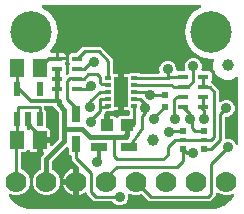
<source format=gbr>
G04 EAGLE Gerber RS-274X export*
G75*
%MOMM*%
%FSLAX34Y34*%
%LPD*%
%INTop Copper*%
%IPPOS*%
%AMOC8*
5,1,8,0,0,1.08239X$1,22.5*%
G01*
%ADD10C,3.516000*%
%ADD11C,1.000000*%
%ADD12R,1.240000X1.500000*%
%ADD13R,0.550000X1.200000*%
%ADD14R,1.075000X1.000000*%
%ADD15R,0.500000X0.375000*%
%ADD16R,1.200000X2.500000*%
%ADD17R,0.600000X0.600000*%
%ADD18R,0.900000X0.450000*%
%ADD19R,0.500000X0.500000*%
%ADD20R,0.500000X0.400000*%
%ADD21R,0.800000X1.350000*%
%ADD22R,1.350000X0.800000*%
%ADD23C,1.778000*%
%ADD24C,0.906400*%
%ADD25C,0.304800*%
%ADD26C,0.254000*%
%ADD27C,0.406400*%

G36*
X199399Y56751D02*
X199399Y56751D01*
X199489Y56747D01*
X199557Y56761D01*
X199627Y56765D01*
X199712Y56793D01*
X199800Y56811D01*
X199863Y56842D01*
X199929Y56863D01*
X200005Y56911D01*
X200086Y56951D01*
X200139Y56996D01*
X200198Y57033D01*
X200260Y57099D01*
X200328Y57157D01*
X200368Y57214D01*
X200416Y57265D01*
X200459Y57344D01*
X200511Y57417D01*
X200536Y57483D01*
X200570Y57544D01*
X200592Y57630D01*
X200624Y57715D01*
X200632Y57784D01*
X200649Y57852D01*
X200659Y58012D01*
X200659Y112669D01*
X200653Y112718D01*
X200655Y112767D01*
X200633Y112875D01*
X200619Y112984D01*
X200601Y113030D01*
X200591Y113079D01*
X200543Y113178D01*
X200502Y113280D01*
X200473Y113320D01*
X200451Y113365D01*
X200380Y113448D01*
X200316Y113537D01*
X200277Y113569D01*
X200245Y113607D01*
X200155Y113670D01*
X200071Y113740D01*
X200026Y113761D01*
X199985Y113790D01*
X199882Y113829D01*
X199783Y113875D01*
X199734Y113885D01*
X199688Y113902D01*
X199578Y113915D01*
X199471Y113935D01*
X199421Y113932D01*
X199372Y113938D01*
X199263Y113922D01*
X199153Y113915D01*
X199106Y113900D01*
X199057Y113893D01*
X198904Y113841D01*
X194265Y111919D01*
X189275Y111919D01*
X184666Y113828D01*
X181138Y117356D01*
X180543Y118795D01*
X180508Y118855D01*
X180502Y118872D01*
X180458Y118998D01*
X179229Y121965D01*
X179229Y126955D01*
X179699Y128089D01*
X179703Y128103D01*
X179710Y128116D01*
X179745Y128256D01*
X179783Y128396D01*
X179783Y128410D01*
X179787Y128425D01*
X179786Y128569D01*
X179788Y128714D01*
X179785Y128728D01*
X179785Y128743D01*
X179748Y128882D01*
X179714Y129023D01*
X179707Y129036D01*
X179703Y129050D01*
X179633Y129176D01*
X179565Y129304D01*
X179555Y129315D01*
X179548Y129328D01*
X179448Y129432D01*
X179351Y129539D01*
X179339Y129547D01*
X179329Y129558D01*
X179206Y129635D01*
X179086Y129714D01*
X179072Y129719D01*
X179059Y129727D01*
X178921Y129770D01*
X178785Y129817D01*
X178770Y129818D01*
X178756Y129823D01*
X178612Y129831D01*
X178468Y129842D01*
X178453Y129840D01*
X178438Y129841D01*
X178279Y129819D01*
X177800Y129724D01*
X169122Y131450D01*
X161766Y136366D01*
X156850Y143722D01*
X155124Y152400D01*
X156850Y161078D01*
X161766Y168434D01*
X168501Y172935D01*
X168580Y173003D01*
X168665Y173064D01*
X168700Y173107D01*
X168741Y173143D01*
X168801Y173229D01*
X168867Y173309D01*
X168891Y173359D01*
X168922Y173405D01*
X168958Y173503D01*
X169003Y173597D01*
X169013Y173651D01*
X169032Y173703D01*
X169043Y173807D01*
X169063Y173910D01*
X169059Y173965D01*
X169065Y174019D01*
X169049Y174123D01*
X169043Y174227D01*
X169026Y174279D01*
X169018Y174334D01*
X168977Y174430D01*
X168945Y174529D01*
X168915Y174576D01*
X168894Y174627D01*
X168831Y174710D01*
X168775Y174798D01*
X168735Y174836D01*
X168701Y174880D01*
X168619Y174945D01*
X168543Y175016D01*
X168495Y175043D01*
X168452Y175077D01*
X168356Y175119D01*
X168265Y175170D01*
X168211Y175183D01*
X168161Y175206D01*
X168058Y175223D01*
X167957Y175249D01*
X167869Y175255D01*
X167847Y175258D01*
X167832Y175257D01*
X167796Y175259D01*
X35404Y175259D01*
X35300Y175246D01*
X35196Y175242D01*
X35143Y175226D01*
X35089Y175219D01*
X34992Y175181D01*
X34891Y175151D01*
X34844Y175123D01*
X34793Y175102D01*
X34708Y175041D01*
X34619Y174987D01*
X34580Y174948D01*
X34536Y174916D01*
X34469Y174835D01*
X34396Y174761D01*
X34368Y174713D01*
X34333Y174671D01*
X34288Y174576D01*
X34236Y174486D01*
X34221Y174433D01*
X34197Y174383D01*
X34178Y174280D01*
X34149Y174180D01*
X34148Y174125D01*
X34137Y174071D01*
X34144Y173966D01*
X34141Y173862D01*
X34154Y173808D01*
X34157Y173753D01*
X34189Y173654D01*
X34213Y173552D01*
X34238Y173503D01*
X34255Y173451D01*
X34311Y173362D01*
X34359Y173270D01*
X34396Y173228D01*
X34425Y173182D01*
X34501Y173110D01*
X34571Y173032D01*
X34641Y172979D01*
X34657Y172964D01*
X34670Y172957D01*
X34699Y172935D01*
X41434Y168434D01*
X46350Y161078D01*
X48076Y152400D01*
X46350Y143722D01*
X41594Y136605D01*
X41588Y136592D01*
X41578Y136581D01*
X41517Y136450D01*
X41452Y136321D01*
X41449Y136306D01*
X41443Y136293D01*
X41416Y136152D01*
X41385Y136010D01*
X41386Y135995D01*
X41383Y135980D01*
X41392Y135837D01*
X41397Y135692D01*
X41402Y135678D01*
X41403Y135663D01*
X41447Y135526D01*
X41488Y135387D01*
X41496Y135375D01*
X41501Y135361D01*
X41578Y135239D01*
X41652Y135115D01*
X41663Y135104D01*
X41671Y135092D01*
X41776Y134993D01*
X41879Y134891D01*
X41892Y134884D01*
X41902Y134874D01*
X42029Y134804D01*
X42154Y134732D01*
X42168Y134728D01*
X42181Y134720D01*
X42321Y134684D01*
X42460Y134645D01*
X42475Y134645D01*
X42489Y134641D01*
X42650Y134631D01*
X46111Y134631D01*
X46111Y129840D01*
X46126Y129722D01*
X46133Y129603D01*
X46145Y129565D01*
X46150Y129525D01*
X46194Y129414D01*
X46231Y129301D01*
X46253Y129267D01*
X46267Y129229D01*
X46337Y129133D01*
X46401Y129032D01*
X46402Y129032D01*
X46431Y129004D01*
X46454Y128972D01*
X46455Y128971D01*
X46547Y128895D01*
X46633Y128814D01*
X46669Y128794D01*
X46700Y128768D01*
X46807Y128718D01*
X46912Y128660D01*
X46951Y128650D01*
X46987Y128633D01*
X47104Y128611D01*
X47220Y128581D01*
X47280Y128577D01*
X47300Y128573D01*
X47320Y128574D01*
X47380Y128571D01*
X54421Y128571D01*
X54421Y127256D01*
X54248Y126609D01*
X53895Y125999D01*
X53851Y125895D01*
X53800Y125795D01*
X53790Y125749D01*
X53772Y125705D01*
X53755Y125594D01*
X53731Y125485D01*
X53732Y125437D01*
X53725Y125391D01*
X53737Y125279D01*
X53740Y125167D01*
X53753Y125121D01*
X53758Y125075D01*
X53797Y124969D01*
X53829Y124861D01*
X53853Y124821D01*
X53869Y124776D01*
X53933Y124684D01*
X53990Y124587D01*
X54038Y124533D01*
X54050Y124515D01*
X54064Y124503D01*
X54097Y124466D01*
X54421Y124142D01*
X54421Y117484D01*
X54438Y117346D01*
X54451Y117208D01*
X54458Y117189D01*
X54461Y117169D01*
X54512Y117039D01*
X54559Y116908D01*
X54570Y116892D01*
X54578Y116873D01*
X54659Y116760D01*
X54737Y116645D01*
X54753Y116632D01*
X54764Y116616D01*
X54872Y116527D01*
X54976Y116435D01*
X54994Y116426D01*
X55009Y116413D01*
X55135Y116354D01*
X55259Y116290D01*
X55279Y116286D01*
X55297Y116277D01*
X55433Y116251D01*
X55569Y116221D01*
X55590Y116221D01*
X55609Y116217D01*
X55748Y116226D01*
X55887Y116230D01*
X55907Y116236D01*
X55927Y116237D01*
X56059Y116280D01*
X56193Y116319D01*
X56210Y116329D01*
X56229Y116335D01*
X56347Y116409D01*
X56467Y116480D01*
X56488Y116499D01*
X56498Y116505D01*
X56512Y116520D01*
X56588Y116587D01*
X56968Y116967D01*
X57028Y117045D01*
X57096Y117117D01*
X57125Y117170D01*
X57162Y117218D01*
X57202Y117309D01*
X57250Y117396D01*
X57265Y117454D01*
X57289Y117510D01*
X57304Y117608D01*
X57329Y117704D01*
X57335Y117804D01*
X57339Y117824D01*
X57337Y117836D01*
X57339Y117864D01*
X57339Y124142D01*
X57639Y124443D01*
X57712Y124537D01*
X57791Y124626D01*
X57809Y124662D01*
X57834Y124694D01*
X57882Y124803D01*
X57936Y124909D01*
X57945Y124948D01*
X57961Y124986D01*
X57979Y125103D01*
X58005Y125219D01*
X58004Y125260D01*
X58010Y125300D01*
X57999Y125418D01*
X57996Y125537D01*
X57984Y125576D01*
X57981Y125616D01*
X57940Y125728D01*
X57907Y125843D01*
X57887Y125878D01*
X57873Y125916D01*
X57806Y126014D01*
X57746Y126117D01*
X57706Y126162D01*
X57694Y126179D01*
X57679Y126192D01*
X57639Y126238D01*
X57339Y126538D01*
X57339Y133142D01*
X58828Y134631D01*
X63256Y134631D01*
X63354Y134643D01*
X63453Y134646D01*
X63511Y134663D01*
X63571Y134671D01*
X63663Y134707D01*
X63759Y134735D01*
X63811Y134765D01*
X63867Y134788D01*
X63947Y134846D01*
X64032Y134896D01*
X64108Y134962D01*
X64124Y134974D01*
X64132Y134984D01*
X64153Y135002D01*
X68852Y139701D01*
X84128Y139701D01*
X94411Y129418D01*
X94411Y118283D01*
X94423Y118185D01*
X94426Y118086D01*
X94443Y118028D01*
X94451Y117968D01*
X94487Y117876D01*
X94515Y117780D01*
X94545Y117728D01*
X94568Y117672D01*
X94626Y117592D01*
X94676Y117506D01*
X94742Y117431D01*
X94754Y117415D01*
X94764Y117407D01*
X94782Y117386D01*
X95156Y117012D01*
X95234Y116952D01*
X95306Y116884D01*
X95359Y116855D01*
X95407Y116818D01*
X95498Y116778D01*
X95585Y116730D01*
X95643Y116715D01*
X95699Y116691D01*
X95797Y116676D01*
X95892Y116651D01*
X95992Y116645D01*
X96013Y116641D01*
X96025Y116643D01*
X96053Y116641D01*
X99061Y116641D01*
X99061Y104139D01*
X96910Y104139D01*
X96792Y104124D01*
X96673Y104117D01*
X96635Y104104D01*
X96594Y104099D01*
X96484Y104055D01*
X96371Y104019D01*
X96336Y103997D01*
X96299Y103982D01*
X96203Y103912D01*
X96102Y103849D01*
X96074Y103819D01*
X96041Y103795D01*
X95965Y103704D01*
X95884Y103617D01*
X95864Y103582D01*
X95839Y103550D01*
X95788Y103443D01*
X95730Y103339D01*
X95720Y103299D01*
X95703Y103263D01*
X95681Y103146D01*
X95651Y103031D01*
X95647Y102970D01*
X95643Y102950D01*
X95645Y102930D01*
X95641Y102870D01*
X95641Y100330D01*
X95656Y100212D01*
X95663Y100093D01*
X95676Y100055D01*
X95681Y100015D01*
X95724Y99904D01*
X95761Y99791D01*
X95783Y99756D01*
X95798Y99719D01*
X95867Y99623D01*
X95931Y99522D01*
X95961Y99494D01*
X95984Y99461D01*
X96076Y99386D01*
X96163Y99304D01*
X96198Y99284D01*
X96229Y99259D01*
X96337Y99208D01*
X96441Y99150D01*
X96481Y99140D01*
X96517Y99123D01*
X96634Y99101D01*
X96749Y99071D01*
X96809Y99067D01*
X96829Y99063D01*
X96850Y99065D01*
X96910Y99061D01*
X99061Y99061D01*
X99061Y86559D01*
X96053Y86559D01*
X95955Y86547D01*
X95856Y86544D01*
X95798Y86527D01*
X95738Y86519D01*
X95646Y86483D01*
X95550Y86455D01*
X95498Y86425D01*
X95442Y86402D01*
X95362Y86344D01*
X95277Y86294D01*
X95201Y86228D01*
X95185Y86216D01*
X95177Y86206D01*
X95156Y86188D01*
X94152Y85184D01*
X92099Y85184D01*
X92001Y85172D01*
X91902Y85169D01*
X91844Y85152D01*
X91784Y85144D01*
X91692Y85108D01*
X91627Y85089D01*
X88900Y85089D01*
X88782Y85074D01*
X88663Y85067D01*
X88625Y85054D01*
X88584Y85049D01*
X88474Y85006D01*
X88361Y84969D01*
X88326Y84947D01*
X88289Y84932D01*
X88193Y84863D01*
X88092Y84799D01*
X88064Y84769D01*
X88031Y84746D01*
X87955Y84654D01*
X87874Y84567D01*
X87854Y84532D01*
X87829Y84501D01*
X87778Y84393D01*
X87720Y84289D01*
X87710Y84249D01*
X87693Y84213D01*
X87671Y84096D01*
X87641Y83981D01*
X87637Y83921D01*
X87633Y83901D01*
X87635Y83880D01*
X87631Y83820D01*
X87631Y83512D01*
X87162Y83043D01*
X87102Y82965D01*
X87034Y82893D01*
X87005Y82840D01*
X86968Y82792D01*
X86928Y82701D01*
X86880Y82614D01*
X86865Y82556D01*
X86841Y82500D01*
X86826Y82402D01*
X86801Y82306D01*
X86795Y82206D01*
X86791Y82186D01*
X86792Y82174D01*
X86791Y82146D01*
X86791Y74890D01*
X86806Y74772D01*
X86813Y74653D01*
X86825Y74615D01*
X86831Y74575D01*
X86874Y74464D01*
X86911Y74351D01*
X86933Y74317D01*
X86948Y74279D01*
X87017Y74183D01*
X87081Y74082D01*
X87111Y74054D01*
X87134Y74022D01*
X87226Y73946D01*
X87313Y73864D01*
X87348Y73845D01*
X87379Y73819D01*
X87487Y73768D01*
X87591Y73711D01*
X87631Y73701D01*
X87667Y73683D01*
X87784Y73661D01*
X87899Y73631D01*
X87959Y73627D01*
X87979Y73624D01*
X88000Y73625D01*
X88060Y73621D01*
X90520Y73621D01*
X90638Y73636D01*
X90757Y73643D01*
X90795Y73656D01*
X90836Y73661D01*
X90946Y73705D01*
X91059Y73741D01*
X91094Y73763D01*
X91131Y73778D01*
X91227Y73848D01*
X91328Y73911D01*
X91356Y73941D01*
X91389Y73965D01*
X91465Y74056D01*
X91546Y74143D01*
X91566Y74178D01*
X91591Y74210D01*
X91642Y74317D01*
X91700Y74422D01*
X91710Y74461D01*
X91727Y74497D01*
X91749Y74614D01*
X91779Y74730D01*
X91783Y74790D01*
X91787Y74810D01*
X91785Y74830D01*
X91789Y74890D01*
X91789Y81201D01*
X94999Y81201D01*
X95646Y81028D01*
X96225Y80693D01*
X96734Y80184D01*
X96746Y80168D01*
X96817Y80064D01*
X96842Y80042D01*
X96862Y80015D01*
X96961Y79937D01*
X97055Y79853D01*
X97085Y79838D01*
X97112Y79817D01*
X97226Y79766D01*
X97339Y79709D01*
X97371Y79701D01*
X97402Y79688D01*
X97526Y79667D01*
X97649Y79639D01*
X97683Y79640D01*
X97716Y79635D01*
X97841Y79645D01*
X97967Y79649D01*
X97999Y79658D01*
X98033Y79661D01*
X98151Y79702D01*
X98272Y79737D01*
X98301Y79754D01*
X98333Y79765D01*
X98438Y79835D01*
X98546Y79899D01*
X98583Y79931D01*
X98598Y79941D01*
X98613Y79957D01*
X98667Y80005D01*
X99863Y81201D01*
X107520Y81201D01*
X107638Y81216D01*
X107757Y81223D01*
X107795Y81236D01*
X107836Y81241D01*
X107946Y81284D01*
X108059Y81321D01*
X108094Y81343D01*
X108131Y81358D01*
X108227Y81427D01*
X108328Y81491D01*
X108356Y81521D01*
X108389Y81544D01*
X108465Y81636D01*
X108546Y81723D01*
X108566Y81758D01*
X108591Y81789D01*
X108642Y81897D01*
X108700Y82001D01*
X108710Y82041D01*
X108727Y82077D01*
X108749Y82194D01*
X108779Y82309D01*
X108783Y82369D01*
X108787Y82389D01*
X108785Y82410D01*
X108786Y82420D01*
X108787Y82423D01*
X108786Y82426D01*
X108789Y82470D01*
X108789Y84917D01*
X108777Y85015D01*
X108774Y85114D01*
X108757Y85172D01*
X108749Y85232D01*
X108713Y85324D01*
X108685Y85420D01*
X108655Y85472D01*
X108632Y85528D01*
X108574Y85608D01*
X108524Y85693D01*
X108458Y85769D01*
X108446Y85785D01*
X108436Y85793D01*
X108418Y85814D01*
X108044Y86188D01*
X107966Y86248D01*
X107894Y86316D01*
X107841Y86345D01*
X107793Y86382D01*
X107702Y86422D01*
X107615Y86470D01*
X107557Y86485D01*
X107501Y86509D01*
X107403Y86524D01*
X107308Y86549D01*
X107207Y86555D01*
X107187Y86559D01*
X107175Y86557D01*
X107147Y86559D01*
X104139Y86559D01*
X104139Y99061D01*
X106290Y99061D01*
X106408Y99076D01*
X106527Y99083D01*
X106565Y99096D01*
X106606Y99101D01*
X106716Y99144D01*
X106829Y99181D01*
X106864Y99203D01*
X106901Y99218D01*
X106997Y99288D01*
X107098Y99351D01*
X107126Y99381D01*
X107159Y99405D01*
X107235Y99496D01*
X107316Y99583D01*
X107336Y99618D01*
X107361Y99649D01*
X107412Y99757D01*
X107470Y99861D01*
X107480Y99901D01*
X107497Y99937D01*
X107519Y100054D01*
X107549Y100169D01*
X107553Y100230D01*
X107557Y100250D01*
X107555Y100270D01*
X107559Y100330D01*
X107559Y102870D01*
X107544Y102988D01*
X107537Y103107D01*
X107524Y103145D01*
X107519Y103185D01*
X107476Y103296D01*
X107439Y103409D01*
X107417Y103444D01*
X107402Y103481D01*
X107333Y103577D01*
X107269Y103678D01*
X107239Y103706D01*
X107216Y103738D01*
X107124Y103814D01*
X107037Y103896D01*
X107002Y103915D01*
X106971Y103941D01*
X106863Y103992D01*
X106759Y104049D01*
X106719Y104060D01*
X106683Y104077D01*
X106566Y104099D01*
X106451Y104129D01*
X106391Y104133D01*
X106371Y104137D01*
X106350Y104135D01*
X106290Y104139D01*
X104139Y104139D01*
X104139Y116641D01*
X107147Y116641D01*
X107245Y116653D01*
X107344Y116656D01*
X107402Y116673D01*
X107462Y116681D01*
X107554Y116717D01*
X107650Y116745D01*
X107702Y116775D01*
X107758Y116798D01*
X107838Y116856D01*
X107923Y116906D01*
X107999Y116972D01*
X108015Y116984D01*
X108023Y116994D01*
X108044Y117012D01*
X109048Y118016D01*
X116152Y118016D01*
X116656Y117512D01*
X116734Y117452D01*
X116806Y117384D01*
X116859Y117355D01*
X116907Y117318D01*
X116998Y117278D01*
X117085Y117230D01*
X117143Y117215D01*
X117199Y117191D01*
X117297Y117176D01*
X117392Y117151D01*
X117493Y117145D01*
X117513Y117141D01*
X117525Y117143D01*
X117553Y117141D01*
X132869Y117141D01*
X132918Y117147D01*
X132967Y117145D01*
X133075Y117167D01*
X133184Y117181D01*
X133230Y117199D01*
X133279Y117209D01*
X133378Y117257D01*
X133480Y117298D01*
X133520Y117327D01*
X133565Y117349D01*
X133648Y117420D01*
X133737Y117484D01*
X133769Y117523D01*
X133807Y117555D01*
X133870Y117645D01*
X133940Y117729D01*
X133961Y117774D01*
X133990Y117815D01*
X134029Y117918D01*
X134075Y118017D01*
X134085Y118066D01*
X134102Y118112D01*
X134115Y118222D01*
X134135Y118329D01*
X134132Y118379D01*
X134138Y118428D01*
X134122Y118537D01*
X134115Y118647D01*
X134100Y118694D01*
X134093Y118743D01*
X134041Y118896D01*
X133897Y119243D01*
X133897Y122057D01*
X134974Y124656D01*
X136964Y126646D01*
X139563Y127723D01*
X142377Y127723D01*
X144976Y126646D01*
X146966Y124656D01*
X148043Y122057D01*
X148043Y120660D01*
X148058Y120542D01*
X148065Y120423D01*
X148078Y120385D01*
X148083Y120344D01*
X148126Y120234D01*
X148163Y120121D01*
X148185Y120086D01*
X148200Y120049D01*
X148269Y119953D01*
X148333Y119852D01*
X148363Y119824D01*
X148386Y119791D01*
X148478Y119715D01*
X148565Y119634D01*
X148600Y119614D01*
X148631Y119589D01*
X148739Y119538D01*
X148843Y119480D01*
X148883Y119470D01*
X148919Y119453D01*
X149036Y119431D01*
X149151Y119401D01*
X149211Y119397D01*
X149231Y119393D01*
X149252Y119395D01*
X149312Y119391D01*
X154579Y119391D01*
X154628Y119397D01*
X154678Y119395D01*
X154785Y119417D01*
X154894Y119431D01*
X154940Y119449D01*
X154989Y119459D01*
X155088Y119507D01*
X155190Y119548D01*
X155230Y119577D01*
X155275Y119599D01*
X155358Y119670D01*
X155447Y119734D01*
X155479Y119773D01*
X155517Y119805D01*
X155580Y119895D01*
X155650Y119979D01*
X155671Y120024D01*
X155700Y120065D01*
X155739Y120168D01*
X155786Y120267D01*
X155795Y120316D01*
X155813Y120362D01*
X155825Y120472D01*
X155845Y120579D01*
X155842Y120629D01*
X155848Y120678D01*
X155832Y120787D01*
X155826Y120897D01*
X155810Y120944D01*
X155803Y120993D01*
X155751Y121146D01*
X155487Y121783D01*
X155487Y124597D01*
X156564Y127196D01*
X158554Y129186D01*
X161153Y130263D01*
X163967Y130263D01*
X166566Y129186D01*
X168556Y127196D01*
X169633Y124597D01*
X169633Y121783D01*
X169369Y121146D01*
X169356Y121098D01*
X169334Y121053D01*
X169314Y120945D01*
X169285Y120839D01*
X169284Y120789D01*
X169275Y120740D01*
X169281Y120631D01*
X169280Y120521D01*
X169291Y120473D01*
X169294Y120423D01*
X169328Y120319D01*
X169354Y120212D01*
X169377Y120168D01*
X169392Y120121D01*
X169451Y120028D01*
X169503Y119931D01*
X169536Y119894D01*
X169563Y119852D01*
X169643Y119777D01*
X169717Y119695D01*
X169758Y119668D01*
X169794Y119634D01*
X169890Y119581D01*
X169982Y119521D01*
X170029Y119504D01*
X170073Y119480D01*
X170179Y119453D01*
X170283Y119417D01*
X170333Y119413D01*
X170381Y119401D01*
X170541Y119391D01*
X176612Y119391D01*
X178101Y117902D01*
X178101Y111298D01*
X177964Y111161D01*
X177891Y111066D01*
X177812Y110977D01*
X177794Y110941D01*
X177769Y110909D01*
X177721Y110800D01*
X177667Y110694D01*
X177658Y110655D01*
X177642Y110617D01*
X177624Y110500D01*
X177598Y110384D01*
X177599Y110343D01*
X177593Y110303D01*
X177604Y110185D01*
X177607Y110066D01*
X177619Y110027D01*
X177622Y109987D01*
X177663Y109875D01*
X177696Y109760D01*
X177716Y109725D01*
X177730Y109687D01*
X177797Y109589D01*
X177857Y109486D01*
X177897Y109441D01*
X177909Y109424D01*
X177924Y109411D01*
X177964Y109366D01*
X180522Y106807D01*
X184151Y103178D01*
X184151Y94347D01*
X184168Y94209D01*
X184181Y94071D01*
X184188Y94052D01*
X184191Y94032D01*
X184242Y93902D01*
X184289Y93772D01*
X184300Y93755D01*
X184308Y93736D01*
X184389Y93624D01*
X184467Y93508D01*
X184483Y93495D01*
X184494Y93479D01*
X184602Y93390D01*
X184706Y93298D01*
X184724Y93289D01*
X184739Y93276D01*
X184865Y93217D01*
X184989Y93153D01*
X185009Y93149D01*
X185027Y93140D01*
X185163Y93114D01*
X185299Y93084D01*
X185320Y93084D01*
X185339Y93081D01*
X185478Y93089D01*
X185617Y93093D01*
X185637Y93099D01*
X185657Y93100D01*
X185789Y93143D01*
X185923Y93182D01*
X185940Y93192D01*
X185959Y93198D01*
X186077Y93273D01*
X186197Y93343D01*
X186218Y93362D01*
X186228Y93369D01*
X186242Y93384D01*
X186318Y93450D01*
X186494Y93626D01*
X189093Y94703D01*
X191907Y94703D01*
X194506Y93626D01*
X196496Y91636D01*
X197573Y89037D01*
X197573Y86223D01*
X196496Y83624D01*
X194506Y81634D01*
X191907Y80557D01*
X190500Y80557D01*
X190382Y80542D01*
X190263Y80535D01*
X190225Y80522D01*
X190184Y80517D01*
X190074Y80474D01*
X189961Y80437D01*
X189926Y80415D01*
X189889Y80400D01*
X189793Y80331D01*
X189692Y80267D01*
X189664Y80237D01*
X189631Y80214D01*
X189555Y80122D01*
X189474Y80035D01*
X189454Y80000D01*
X189429Y79969D01*
X189378Y79861D01*
X189320Y79757D01*
X189310Y79717D01*
X189293Y79681D01*
X189271Y79564D01*
X189241Y79449D01*
X189237Y79389D01*
X189233Y79369D01*
X189235Y79348D01*
X189231Y79288D01*
X189231Y62952D01*
X189246Y62834D01*
X189253Y62715D01*
X189266Y62677D01*
X189271Y62636D01*
X189314Y62526D01*
X189351Y62413D01*
X189373Y62378D01*
X189388Y62341D01*
X189457Y62245D01*
X189521Y62144D01*
X189551Y62116D01*
X189574Y62083D01*
X189666Y62007D01*
X189753Y61926D01*
X189788Y61906D01*
X189819Y61881D01*
X189927Y61830D01*
X190031Y61772D01*
X190071Y61762D01*
X190107Y61745D01*
X190224Y61723D01*
X190339Y61693D01*
X190399Y61689D01*
X190419Y61685D01*
X190440Y61687D01*
X190500Y61683D01*
X193177Y61683D01*
X195776Y60606D01*
X197766Y58616D01*
X198217Y57527D01*
X198252Y57466D01*
X198278Y57401D01*
X198330Y57328D01*
X198375Y57250D01*
X198423Y57200D01*
X198464Y57144D01*
X198534Y57086D01*
X198596Y57022D01*
X198656Y56985D01*
X198709Y56941D01*
X198791Y56903D01*
X198867Y56856D01*
X198934Y56835D01*
X198997Y56805D01*
X199085Y56788D01*
X199171Y56762D01*
X199241Y56759D01*
X199310Y56746D01*
X199399Y56751D01*
G37*
G36*
X177822Y2543D02*
X177822Y2543D01*
X177900Y2545D01*
X181277Y2810D01*
X181345Y2824D01*
X181414Y2829D01*
X181570Y2869D01*
X187994Y4956D01*
X188101Y5006D01*
X188212Y5050D01*
X188263Y5083D01*
X188282Y5091D01*
X188297Y5104D01*
X188348Y5136D01*
X193812Y9107D01*
X193899Y9188D01*
X193946Y9227D01*
X193952Y9231D01*
X193953Y9232D01*
X193991Y9264D01*
X194029Y9310D01*
X194044Y9324D01*
X194055Y9342D01*
X194093Y9388D01*
X196778Y13083D01*
X196840Y13196D01*
X196908Y13306D01*
X196917Y13335D01*
X196931Y13361D01*
X196963Y13487D01*
X197001Y13610D01*
X197003Y13640D01*
X197010Y13669D01*
X197010Y13799D01*
X197017Y13928D01*
X197010Y13957D01*
X197010Y13987D01*
X196978Y14113D01*
X196952Y14239D01*
X196939Y14266D01*
X196931Y14296D01*
X196869Y14409D01*
X196813Y14525D01*
X196793Y14548D01*
X196778Y14574D01*
X196690Y14669D01*
X196606Y14767D01*
X196581Y14784D01*
X196561Y14806D01*
X196452Y14876D01*
X196346Y14950D01*
X196318Y14961D01*
X196292Y14977D01*
X196170Y15017D01*
X196049Y15063D01*
X196019Y15066D01*
X195990Y15075D01*
X195861Y15084D01*
X195733Y15098D01*
X195703Y15094D01*
X195673Y15096D01*
X195546Y15072D01*
X195418Y15053D01*
X195377Y15039D01*
X195360Y15036D01*
X195341Y15027D01*
X195265Y15001D01*
X192774Y13969D01*
X188226Y13969D01*
X184025Y15709D01*
X183778Y15957D01*
X183668Y16042D01*
X183561Y16131D01*
X183542Y16140D01*
X183526Y16152D01*
X183399Y16207D01*
X183273Y16266D01*
X183253Y16270D01*
X183234Y16278D01*
X183097Y16300D01*
X182960Y16326D01*
X182940Y16325D01*
X182920Y16328D01*
X182781Y16315D01*
X182643Y16306D01*
X182624Y16300D01*
X182604Y16298D01*
X182472Y16251D01*
X182341Y16208D01*
X182324Y16198D01*
X182304Y16191D01*
X182189Y16113D01*
X182072Y16038D01*
X182058Y16024D01*
X182041Y16012D01*
X181949Y15908D01*
X181854Y15807D01*
X181844Y15789D01*
X181831Y15774D01*
X181767Y15650D01*
X181700Y15528D01*
X181695Y15509D01*
X181686Y15491D01*
X181656Y15354D01*
X181621Y15220D01*
X181619Y15192D01*
X181616Y15180D01*
X181617Y15160D01*
X181611Y15060D01*
X181611Y13662D01*
X176838Y8889D01*
X125422Y8889D01*
X122818Y11493D01*
X119838Y14473D01*
X119814Y14491D01*
X119795Y14514D01*
X119689Y14588D01*
X119586Y14668D01*
X119559Y14680D01*
X119535Y14697D01*
X119414Y14743D01*
X119295Y14794D01*
X119265Y14799D01*
X119238Y14810D01*
X119109Y14824D01*
X118980Y14844D01*
X118951Y14842D01*
X118922Y14845D01*
X118793Y14827D01*
X118664Y14814D01*
X118636Y14804D01*
X118607Y14800D01*
X118454Y14748D01*
X116574Y13969D01*
X112026Y13969D01*
X109158Y15157D01*
X109110Y15171D01*
X109065Y15192D01*
X108957Y15212D01*
X108851Y15241D01*
X108801Y15242D01*
X108752Y15252D01*
X108643Y15245D01*
X108533Y15246D01*
X108485Y15235D01*
X108435Y15232D01*
X108331Y15198D01*
X108224Y15172D01*
X108180Y15149D01*
X108133Y15134D01*
X108040Y15075D01*
X107943Y15024D01*
X107906Y14990D01*
X107864Y14964D01*
X107789Y14884D01*
X107707Y14810D01*
X107680Y14768D01*
X107646Y14732D01*
X107593Y14636D01*
X107533Y14544D01*
X107516Y14497D01*
X107492Y14453D01*
X107470Y14368D01*
X107465Y14357D01*
X107461Y14336D01*
X107429Y14243D01*
X107425Y14194D01*
X107413Y14146D01*
X107407Y14054D01*
X107405Y14044D01*
X107406Y14035D01*
X107403Y13985D01*
X107403Y11293D01*
X106326Y8694D01*
X104336Y6704D01*
X101737Y5627D01*
X98923Y5627D01*
X96324Y6704D01*
X94510Y8518D01*
X94432Y8578D01*
X94360Y8646D01*
X94307Y8675D01*
X94259Y8712D01*
X94168Y8752D01*
X94081Y8800D01*
X94023Y8815D01*
X93967Y8839D01*
X93869Y8854D01*
X93773Y8879D01*
X93673Y8885D01*
X93653Y8889D01*
X93641Y8887D01*
X93613Y8889D01*
X78432Y8889D01*
X72389Y14932D01*
X72389Y15238D01*
X72384Y15278D01*
X72387Y15317D01*
X72371Y15398D01*
X72367Y15470D01*
X72356Y15505D01*
X72349Y15554D01*
X72335Y15591D01*
X72327Y15630D01*
X72288Y15713D01*
X72269Y15773D01*
X72253Y15799D01*
X72232Y15849D01*
X72209Y15882D01*
X72192Y15918D01*
X72128Y15995D01*
X72099Y16041D01*
X72081Y16058D01*
X72046Y16107D01*
X72015Y16132D01*
X71990Y16163D01*
X71902Y16227D01*
X71867Y16259D01*
X71850Y16269D01*
X71801Y16310D01*
X71765Y16327D01*
X71732Y16350D01*
X71626Y16392D01*
X71589Y16413D01*
X71573Y16417D01*
X71513Y16445D01*
X71474Y16453D01*
X71437Y16467D01*
X71319Y16482D01*
X71281Y16492D01*
X71260Y16494D01*
X71201Y16505D01*
X71161Y16502D01*
X71121Y16507D01*
X71003Y16493D01*
X70883Y16485D01*
X70845Y16473D01*
X70806Y16468D01*
X70694Y16424D01*
X70581Y16387D01*
X70547Y16366D01*
X70510Y16351D01*
X70374Y16265D01*
X69491Y15624D01*
X67888Y14807D01*
X66177Y14251D01*
X65999Y14223D01*
X65999Y24170D01*
X65984Y24288D01*
X65977Y24407D01*
X65964Y24445D01*
X65959Y24485D01*
X65916Y24596D01*
X65879Y24709D01*
X65857Y24743D01*
X65842Y24781D01*
X65773Y24877D01*
X65709Y24978D01*
X65679Y25006D01*
X65656Y25038D01*
X65564Y25114D01*
X65477Y25196D01*
X65442Y25215D01*
X65411Y25241D01*
X65303Y25292D01*
X65199Y25349D01*
X65159Y25359D01*
X65123Y25377D01*
X65016Y25397D01*
X65046Y25401D01*
X65156Y25445D01*
X65269Y25481D01*
X65304Y25503D01*
X65341Y25518D01*
X65437Y25588D01*
X65538Y25651D01*
X65566Y25681D01*
X65599Y25705D01*
X65675Y25796D01*
X65756Y25883D01*
X65776Y25918D01*
X65801Y25950D01*
X65852Y26057D01*
X65910Y26162D01*
X65920Y26201D01*
X65937Y26237D01*
X65959Y26354D01*
X65989Y26470D01*
X65993Y26530D01*
X65997Y26550D01*
X65995Y26570D01*
X65997Y26576D01*
X65996Y26583D01*
X65999Y26630D01*
X65999Y37306D01*
X65987Y37404D01*
X65984Y37503D01*
X65967Y37561D01*
X65959Y37621D01*
X65923Y37713D01*
X65895Y37809D01*
X65865Y37861D01*
X65842Y37917D01*
X65784Y37997D01*
X65734Y38082D01*
X65668Y38158D01*
X65656Y38174D01*
X65646Y38182D01*
X65628Y38203D01*
X59689Y44142D01*
X59689Y46590D01*
X59674Y46708D01*
X59667Y46827D01*
X59654Y46865D01*
X59649Y46906D01*
X59606Y47016D01*
X59569Y47129D01*
X59547Y47164D01*
X59532Y47201D01*
X59463Y47297D01*
X59399Y47398D01*
X59369Y47426D01*
X59346Y47459D01*
X59254Y47535D01*
X59167Y47616D01*
X59132Y47636D01*
X59101Y47661D01*
X58993Y47712D01*
X58889Y47770D01*
X58849Y47780D01*
X58813Y47797D01*
X58696Y47819D01*
X58581Y47849D01*
X58521Y47853D01*
X58501Y47857D01*
X58480Y47855D01*
X58449Y47857D01*
X56959Y49348D01*
X56959Y53778D01*
X56942Y53916D01*
X56929Y54055D01*
X56922Y54074D01*
X56919Y54094D01*
X56868Y54223D01*
X56821Y54354D01*
X56810Y54371D01*
X56802Y54389D01*
X56721Y54502D01*
X56643Y54617D01*
X56627Y54630D01*
X56616Y54647D01*
X56508Y54735D01*
X56404Y54827D01*
X56386Y54837D01*
X56371Y54850D01*
X56245Y54909D01*
X56121Y54972D01*
X56101Y54977D01*
X56083Y54985D01*
X55947Y55011D01*
X55811Y55042D01*
X55790Y55041D01*
X55771Y55045D01*
X55632Y55036D01*
X55493Y55032D01*
X55473Y55026D01*
X55453Y55025D01*
X55321Y54982D01*
X55187Y54944D01*
X55170Y54933D01*
X55151Y54927D01*
X55033Y54853D01*
X54913Y54782D01*
X54892Y54764D01*
X54882Y54757D01*
X54868Y54742D01*
X54793Y54676D01*
X43044Y42928D01*
X42984Y42849D01*
X42916Y42777D01*
X42887Y42724D01*
X42850Y42676D01*
X42810Y42585D01*
X42762Y42499D01*
X42747Y42440D01*
X42723Y42385D01*
X42708Y42287D01*
X42683Y42191D01*
X42677Y42091D01*
X42673Y42070D01*
X42675Y42058D01*
X42673Y42030D01*
X42673Y36727D01*
X42676Y36697D01*
X42674Y36668D01*
X42696Y36540D01*
X42713Y36411D01*
X42723Y36384D01*
X42728Y36354D01*
X42782Y36236D01*
X42830Y36115D01*
X42847Y36091D01*
X42859Y36064D01*
X42940Y35963D01*
X43016Y35858D01*
X43039Y35839D01*
X43058Y35816D01*
X43161Y35738D01*
X43261Y35655D01*
X43288Y35643D01*
X43312Y35625D01*
X43456Y35554D01*
X44575Y35091D01*
X47791Y31875D01*
X49531Y27674D01*
X49531Y23126D01*
X47791Y18925D01*
X44575Y15709D01*
X40374Y13969D01*
X35826Y13969D01*
X31625Y15709D01*
X28409Y18925D01*
X26669Y23126D01*
X26669Y27674D01*
X28409Y31875D01*
X31625Y35091D01*
X32744Y35554D01*
X32769Y35569D01*
X32797Y35578D01*
X32907Y35647D01*
X33020Y35711D01*
X33041Y35732D01*
X33066Y35748D01*
X33155Y35842D01*
X33248Y35933D01*
X33264Y35958D01*
X33284Y35979D01*
X33347Y36093D01*
X33415Y36204D01*
X33423Y36232D01*
X33438Y36258D01*
X33470Y36384D01*
X33508Y36508D01*
X33510Y36537D01*
X33517Y36566D01*
X33527Y36727D01*
X33527Y46344D01*
X35936Y48753D01*
X36021Y48862D01*
X36110Y48969D01*
X36118Y48988D01*
X36131Y49004D01*
X36186Y49132D01*
X36245Y49257D01*
X36249Y49277D01*
X36257Y49296D01*
X36279Y49434D01*
X36305Y49570D01*
X36304Y49590D01*
X36307Y49610D01*
X36294Y49749D01*
X36285Y49887D01*
X36279Y49906D01*
X36277Y49926D01*
X36230Y50058D01*
X36187Y50189D01*
X36176Y50207D01*
X36169Y50226D01*
X36091Y50341D01*
X36017Y50458D01*
X36002Y50472D01*
X35991Y50489D01*
X35887Y50581D01*
X35785Y50676D01*
X35768Y50686D01*
X35752Y50699D01*
X35628Y50763D01*
X35507Y50830D01*
X35487Y50835D01*
X35469Y50844D01*
X35333Y50874D01*
X35199Y50909D01*
X35171Y50911D01*
X35159Y50914D01*
X35138Y50913D01*
X35038Y50919D01*
X34899Y50919D01*
X34899Y58421D01*
X41101Y58421D01*
X41101Y56982D01*
X41118Y56844D01*
X41131Y56705D01*
X41138Y56686D01*
X41141Y56666D01*
X41192Y56537D01*
X41239Y56406D01*
X41250Y56389D01*
X41258Y56371D01*
X41339Y56258D01*
X41417Y56143D01*
X41433Y56130D01*
X41444Y56113D01*
X41552Y56024D01*
X41656Y55933D01*
X41674Y55923D01*
X41689Y55910D01*
X41815Y55851D01*
X41939Y55788D01*
X41959Y55783D01*
X41977Y55775D01*
X42113Y55749D01*
X42249Y55718D01*
X42270Y55719D01*
X42289Y55715D01*
X42428Y55724D01*
X42567Y55728D01*
X42587Y55734D01*
X42607Y55735D01*
X42739Y55778D01*
X42873Y55816D01*
X42890Y55827D01*
X42909Y55833D01*
X43027Y55907D01*
X43147Y55978D01*
X43168Y55996D01*
X43178Y56003D01*
X43192Y56018D01*
X43267Y56084D01*
X48396Y61212D01*
X48456Y61291D01*
X48524Y61363D01*
X48553Y61416D01*
X48590Y61464D01*
X48630Y61555D01*
X48678Y61641D01*
X48693Y61700D01*
X48717Y61755D01*
X48732Y61853D01*
X48757Y61949D01*
X48763Y62049D01*
X48767Y62070D01*
X48765Y62082D01*
X48767Y62110D01*
X48767Y83940D01*
X48755Y84038D01*
X48752Y84137D01*
X48735Y84196D01*
X48727Y84256D01*
X48691Y84348D01*
X48663Y84443D01*
X48633Y84495D01*
X48610Y84551D01*
X48552Y84631D01*
X48502Y84717D01*
X48436Y84792D01*
X48424Y84809D01*
X48414Y84817D01*
X48396Y84838D01*
X43800Y89433D01*
X43787Y89454D01*
X43757Y89482D01*
X43734Y89515D01*
X43642Y89591D01*
X43555Y89672D01*
X43520Y89692D01*
X43489Y89717D01*
X43381Y89768D01*
X43277Y89826D01*
X43237Y89836D01*
X43201Y89853D01*
X43084Y89875D01*
X42969Y89905D01*
X42909Y89909D01*
X42889Y89913D01*
X42868Y89911D01*
X42808Y89915D01*
X37440Y89915D01*
X37322Y89900D01*
X37203Y89893D01*
X37165Y89880D01*
X37124Y89875D01*
X37014Y89832D01*
X36901Y89795D01*
X36866Y89773D01*
X36829Y89758D01*
X36733Y89689D01*
X36632Y89625D01*
X36604Y89595D01*
X36571Y89572D01*
X36495Y89480D01*
X36414Y89393D01*
X36394Y89358D01*
X36369Y89327D01*
X36318Y89219D01*
X36260Y89115D01*
X36250Y89075D01*
X36233Y89039D01*
X36211Y88922D01*
X36181Y88807D01*
X36177Y88747D01*
X36173Y88727D01*
X36175Y88706D01*
X36171Y88646D01*
X36171Y87497D01*
X36183Y87399D01*
X36186Y87300D01*
X36203Y87242D01*
X36211Y87182D01*
X36247Y87090D01*
X36275Y86994D01*
X36305Y86942D01*
X36328Y86886D01*
X36386Y86806D01*
X36436Y86720D01*
X36502Y86645D01*
X36514Y86629D01*
X36524Y86621D01*
X36542Y86600D01*
X37651Y85491D01*
X37651Y72270D01*
X37666Y72152D01*
X37673Y72033D01*
X37686Y71995D01*
X37691Y71954D01*
X37734Y71844D01*
X37771Y71731D01*
X37793Y71696D01*
X37808Y71659D01*
X37877Y71563D01*
X37941Y71462D01*
X37971Y71434D01*
X37994Y71401D01*
X38086Y71325D01*
X38173Y71244D01*
X38208Y71224D01*
X38239Y71199D01*
X38347Y71148D01*
X38451Y71090D01*
X38491Y71080D01*
X38527Y71063D01*
X38644Y71041D01*
X38759Y71011D01*
X38819Y71007D01*
X38839Y71003D01*
X38860Y71005D01*
X38887Y71003D01*
X39541Y70828D01*
X40120Y70493D01*
X40593Y70020D01*
X40928Y69441D01*
X41101Y68794D01*
X41101Y63499D01*
X33630Y63499D01*
X33512Y63484D01*
X33393Y63477D01*
X33355Y63464D01*
X33315Y63459D01*
X33204Y63415D01*
X33091Y63379D01*
X33056Y63357D01*
X33019Y63342D01*
X32923Y63272D01*
X32822Y63209D01*
X32794Y63179D01*
X32762Y63155D01*
X32686Y63064D01*
X32604Y62977D01*
X32585Y62942D01*
X32559Y62910D01*
X32508Y62803D01*
X32451Y62699D01*
X32440Y62659D01*
X32423Y62623D01*
X32401Y62506D01*
X32371Y62391D01*
X32367Y62330D01*
X32363Y62310D01*
X32365Y62290D01*
X32364Y62279D01*
X32363Y62276D01*
X32364Y62273D01*
X32361Y62230D01*
X32361Y60959D01*
X31090Y60959D01*
X30972Y60944D01*
X30853Y60937D01*
X30815Y60924D01*
X30775Y60919D01*
X30664Y60875D01*
X30551Y60839D01*
X30516Y60817D01*
X30479Y60802D01*
X30383Y60732D01*
X30282Y60669D01*
X30254Y60639D01*
X30221Y60615D01*
X30146Y60524D01*
X30064Y60437D01*
X30044Y60402D01*
X30019Y60370D01*
X29968Y60263D01*
X29910Y60159D01*
X29900Y60119D01*
X29883Y60083D01*
X29861Y59966D01*
X29831Y59851D01*
X29827Y59790D01*
X29823Y59770D01*
X29825Y59750D01*
X29824Y59741D01*
X29823Y59737D01*
X29824Y59734D01*
X29821Y59690D01*
X29821Y50919D01*
X25826Y50919D01*
X25179Y51092D01*
X24600Y51427D01*
X24127Y51900D01*
X24027Y52074D01*
X23950Y52174D01*
X23880Y52278D01*
X23855Y52300D01*
X23834Y52327D01*
X23736Y52405D01*
X23642Y52488D01*
X23612Y52504D01*
X23585Y52525D01*
X23470Y52576D01*
X23358Y52633D01*
X23325Y52640D01*
X23295Y52654D01*
X23170Y52675D01*
X23048Y52703D01*
X23014Y52702D01*
X22981Y52707D01*
X22856Y52697D01*
X22730Y52693D01*
X22698Y52684D01*
X22664Y52681D01*
X22545Y52640D01*
X22425Y52605D01*
X22396Y52588D01*
X22364Y52576D01*
X22259Y52507D01*
X22151Y52443D01*
X22114Y52411D01*
X22099Y52401D01*
X22084Y52385D01*
X22030Y52337D01*
X20612Y50919D01*
X17780Y50919D01*
X17662Y50904D01*
X17543Y50897D01*
X17505Y50884D01*
X17464Y50879D01*
X17354Y50836D01*
X17241Y50799D01*
X17206Y50777D01*
X17169Y50762D01*
X17073Y50693D01*
X16972Y50629D01*
X16944Y50599D01*
X16911Y50576D01*
X16835Y50484D01*
X16754Y50397D01*
X16734Y50362D01*
X16709Y50331D01*
X16658Y50223D01*
X16600Y50119D01*
X16590Y50079D01*
X16573Y50043D01*
X16551Y49926D01*
X16521Y49811D01*
X16517Y49751D01*
X16513Y49731D01*
X16515Y49710D01*
X16511Y49650D01*
X16511Y37042D01*
X16514Y37013D01*
X16512Y36983D01*
X16534Y36855D01*
X16551Y36727D01*
X16561Y36699D01*
X16566Y36670D01*
X16620Y36552D01*
X16668Y36431D01*
X16685Y36407D01*
X16697Y36380D01*
X16778Y36279D01*
X16854Y36174D01*
X16877Y36155D01*
X16896Y36132D01*
X16999Y36054D01*
X17099Y35971D01*
X17126Y35958D01*
X17150Y35940D01*
X17294Y35870D01*
X19175Y35091D01*
X22391Y31875D01*
X24131Y27674D01*
X24131Y23126D01*
X22391Y18925D01*
X19175Y15709D01*
X14974Y13969D01*
X10426Y13969D01*
X7935Y15001D01*
X7810Y15035D01*
X7687Y15075D01*
X7657Y15077D01*
X7628Y15085D01*
X7499Y15087D01*
X7370Y15096D01*
X7340Y15090D01*
X7310Y15090D01*
X7184Y15060D01*
X7057Y15036D01*
X7030Y15023D01*
X7001Y15016D01*
X6886Y14956D01*
X6769Y14901D01*
X6746Y14882D01*
X6719Y14868D01*
X6624Y14781D01*
X6524Y14698D01*
X6506Y14674D01*
X6484Y14654D01*
X6413Y14546D01*
X6337Y14441D01*
X6326Y14413D01*
X6309Y14388D01*
X6267Y14265D01*
X6220Y14146D01*
X6216Y14116D01*
X6206Y14087D01*
X6196Y13958D01*
X6180Y13830D01*
X6183Y13800D01*
X6181Y13770D01*
X6203Y13643D01*
X6219Y13515D01*
X6230Y13486D01*
X6235Y13457D01*
X6288Y13339D01*
X6336Y13219D01*
X6359Y13182D01*
X6366Y13167D01*
X6380Y13150D01*
X6422Y13083D01*
X9107Y9388D01*
X9127Y9366D01*
X9138Y9348D01*
X9184Y9305D01*
X9188Y9301D01*
X9264Y9209D01*
X9310Y9171D01*
X9324Y9156D01*
X9342Y9145D01*
X9388Y9107D01*
X14596Y5322D01*
X14852Y5136D01*
X14956Y5079D01*
X15056Y5015D01*
X15113Y4993D01*
X15131Y4983D01*
X15151Y4978D01*
X15206Y4956D01*
X21630Y2869D01*
X21698Y2856D01*
X21764Y2833D01*
X21923Y2810D01*
X25300Y2545D01*
X25322Y2546D01*
X25400Y2541D01*
X177800Y2541D01*
X177822Y2543D01*
G37*
%LPC*%
G36*
X52323Y27899D02*
X52323Y27899D01*
X52351Y28077D01*
X52907Y29788D01*
X53723Y31391D01*
X54781Y32847D01*
X56053Y34119D01*
X57509Y35177D01*
X59112Y35993D01*
X60823Y36549D01*
X61001Y36577D01*
X61001Y27899D01*
X52323Y27899D01*
G37*
%LPD*%
%LPC*%
G36*
X60823Y14251D02*
X60823Y14251D01*
X59112Y14807D01*
X57509Y15623D01*
X56053Y16681D01*
X54781Y17953D01*
X53723Y19409D01*
X52907Y21012D01*
X52351Y22723D01*
X52323Y22901D01*
X61001Y22901D01*
X61001Y14223D01*
X60823Y14251D01*
G37*
%LPD*%
G36*
X23012Y69224D02*
X23012Y69224D01*
X23138Y69229D01*
X23170Y69239D01*
X23204Y69242D01*
X23322Y69284D01*
X23442Y69321D01*
X23471Y69338D01*
X23503Y69350D01*
X23607Y69420D01*
X23715Y69485D01*
X23738Y69509D01*
X23766Y69528D01*
X23849Y69623D01*
X23937Y69712D01*
X23964Y69753D01*
X23977Y69767D01*
X23986Y69786D01*
X24027Y69846D01*
X24064Y69911D01*
X24100Y69997D01*
X24145Y70077D01*
X24161Y70143D01*
X24187Y70205D01*
X24201Y70296D01*
X24224Y70385D01*
X24231Y70502D01*
X24234Y70519D01*
X24233Y70528D01*
X24234Y70546D01*
X24234Y78334D01*
X24219Y78452D01*
X24212Y78571D01*
X24199Y78609D01*
X24194Y78649D01*
X24151Y78760D01*
X24114Y78873D01*
X24092Y78907D01*
X24077Y78945D01*
X24008Y79041D01*
X23944Y79142D01*
X23914Y79170D01*
X23891Y79202D01*
X23799Y79278D01*
X23712Y79360D01*
X23677Y79379D01*
X23646Y79405D01*
X23538Y79456D01*
X23434Y79513D01*
X23394Y79523D01*
X23358Y79541D01*
X23241Y79563D01*
X23126Y79593D01*
X23066Y79597D01*
X23046Y79600D01*
X23025Y79599D01*
X22965Y79603D01*
X22755Y79603D01*
X22637Y79588D01*
X22518Y79581D01*
X22480Y79568D01*
X22439Y79563D01*
X22329Y79519D01*
X22216Y79483D01*
X22181Y79461D01*
X22144Y79446D01*
X22047Y79376D01*
X21947Y79313D01*
X21919Y79283D01*
X21886Y79259D01*
X21810Y79168D01*
X21729Y79081D01*
X21709Y79046D01*
X21684Y79014D01*
X21633Y78907D01*
X21575Y78802D01*
X21565Y78763D01*
X21548Y78727D01*
X21526Y78610D01*
X21496Y78494D01*
X21492Y78434D01*
X21488Y78414D01*
X21490Y78394D01*
X21486Y78334D01*
X21486Y70653D01*
X21498Y70555D01*
X21501Y70456D01*
X21518Y70398D01*
X21526Y70338D01*
X21562Y70246D01*
X21589Y70151D01*
X21620Y70098D01*
X21643Y70042D01*
X21701Y69962D01*
X21751Y69877D01*
X21817Y69801D01*
X21829Y69785D01*
X21839Y69777D01*
X21857Y69756D01*
X22030Y69583D01*
X22129Y69506D01*
X22224Y69424D01*
X22254Y69409D01*
X22281Y69388D01*
X22397Y69338D01*
X22509Y69282D01*
X22542Y69275D01*
X22573Y69262D01*
X22697Y69242D01*
X22820Y69216D01*
X22854Y69217D01*
X22887Y69212D01*
X23012Y69224D01*
G37*
%LPC*%
G36*
X48649Y131109D02*
X48649Y131109D01*
X48649Y134631D01*
X52214Y134631D01*
X52861Y134458D01*
X53440Y134123D01*
X53913Y133650D01*
X54248Y133071D01*
X54421Y132424D01*
X54421Y131109D01*
X48649Y131109D01*
G37*
%LPD*%
%LPC*%
G36*
X101599Y101599D02*
X101599Y101599D01*
X101599Y101601D01*
X101601Y101601D01*
X101601Y101599D01*
X101599Y101599D01*
G37*
%LPD*%
D10*
X25400Y152400D03*
X177800Y152400D03*
D11*
X128270Y60960D03*
X191770Y124460D03*
D12*
X13360Y60960D03*
X32360Y60960D03*
D13*
X13360Y78439D03*
X22860Y78439D03*
X32360Y78439D03*
X32360Y104441D03*
X13360Y104441D03*
D12*
X13360Y121920D03*
X32360Y121920D03*
D14*
X106290Y73660D03*
X89290Y73660D03*
D15*
X90600Y113600D03*
X90600Y107600D03*
X90600Y101600D03*
X90600Y95600D03*
X90600Y89600D03*
X112600Y89600D03*
X112600Y95600D03*
X112600Y101600D03*
X112600Y107600D03*
X112600Y113600D03*
D16*
X101600Y101600D03*
D17*
X138430Y99060D03*
X138430Y88900D03*
D18*
X154060Y88600D03*
X171060Y88600D03*
X154060Y97600D03*
X154060Y105600D03*
X154060Y114600D03*
X171060Y114600D03*
X171060Y97600D03*
X171060Y105600D03*
D19*
X153560Y68460D03*
D20*
X153560Y60960D03*
D19*
X153560Y53460D03*
X171560Y53460D03*
D20*
X171560Y60960D03*
D19*
X171560Y68460D03*
D21*
X63500Y57150D03*
X63500Y82550D03*
D22*
X82550Y54610D03*
X107950Y54610D03*
D23*
X12700Y25400D03*
X38100Y25400D03*
X63500Y25400D03*
X88900Y25400D03*
X114300Y25400D03*
X139700Y25400D03*
X165100Y25400D03*
X190500Y25400D03*
D18*
X47380Y103840D03*
X64380Y103840D03*
X47380Y112840D03*
X47380Y120840D03*
X47380Y129840D03*
X64380Y129840D03*
X64380Y112840D03*
X64380Y120840D03*
D24*
X101600Y101600D03*
X44450Y77470D03*
X95250Y137160D03*
D25*
X40280Y129840D02*
X32360Y121920D01*
D24*
X194310Y104140D03*
D25*
X47380Y129840D02*
X40280Y129840D01*
D26*
X24130Y73660D02*
X24130Y72390D01*
X29210Y67310D01*
X29210Y64110D01*
X32360Y60960D01*
D25*
X24130Y73660D02*
X22860Y74930D01*
X22860Y78439D01*
D24*
X50800Y142240D03*
D26*
X146050Y95250D02*
X146050Y80010D01*
X147320Y78740D01*
X153560Y53460D02*
X153560Y43070D01*
D24*
X147320Y78740D03*
D26*
X153560Y43070D02*
X148590Y38100D01*
X97790Y38100D01*
X88900Y29210D01*
X88900Y25400D01*
D24*
X162560Y49530D03*
D26*
X146050Y95250D02*
X148400Y97600D01*
X154060Y97600D01*
X153560Y53460D02*
X157490Y49530D01*
X162560Y49530D01*
D24*
X160020Y78740D03*
D26*
X114300Y25400D02*
X127000Y12700D01*
X175260Y12700D01*
X177800Y15240D01*
X177800Y40640D01*
X191770Y54610D01*
D24*
X191770Y54610D03*
D26*
X171440Y68580D02*
X163830Y68580D01*
X161290Y71120D01*
X161290Y77470D01*
X160020Y78740D01*
X160020Y82640D02*
X154060Y88600D01*
X160020Y82640D02*
X160020Y78740D01*
X171440Y68580D02*
X171560Y68460D01*
X171060Y88600D02*
X171060Y97600D01*
X13360Y78439D02*
X13360Y60960D01*
X170760Y88900D02*
X171060Y88600D01*
X170760Y88900D02*
X168910Y88900D01*
X171450Y86360D01*
X171450Y78740D01*
D24*
X171450Y78740D03*
D26*
X32360Y78439D02*
X32360Y88900D01*
X13970Y88900D01*
X13970Y78439D01*
X13360Y78439D01*
X13360Y60960D02*
X12700Y60300D01*
X12700Y25400D01*
X90250Y95250D02*
X90600Y95600D01*
X90250Y95250D02*
X83820Y95250D01*
X89900Y88900D02*
X90600Y89600D01*
X89900Y88900D02*
X83820Y88900D01*
X83820Y95250D01*
D24*
X129540Y78740D03*
X76200Y76200D03*
D26*
X76200Y77470D01*
X83820Y85090D01*
X83820Y88900D01*
X129540Y80010D02*
X138430Y88900D01*
X129540Y80010D02*
X129540Y78740D01*
X171060Y105600D02*
X171060Y114600D01*
X180340Y101600D02*
X180340Y63500D01*
X171560Y60960D02*
X153560Y60960D01*
X13360Y104441D02*
X13360Y121920D01*
X177800Y60960D02*
X180340Y63500D01*
X177800Y60960D02*
X171560Y60960D01*
X180340Y101600D02*
X176340Y105600D01*
X171060Y105600D01*
X171060Y114600D02*
X171750Y114600D01*
D27*
X47380Y112840D02*
X47380Y120840D01*
X47380Y112840D02*
X47380Y103840D01*
X53340Y59690D02*
X38100Y44450D01*
X38100Y25400D01*
X74930Y63500D02*
X68580Y69850D01*
X74930Y63500D02*
X95250Y63500D01*
X105410Y63500D01*
X105020Y63890D01*
D25*
X48650Y93980D02*
X25091Y93980D01*
D26*
X112600Y89600D02*
X112600Y74500D01*
X111760Y73660D01*
X106290Y73660D01*
X97790Y44450D02*
X137050Y44450D01*
X97790Y44450D02*
X95250Y46990D01*
X95250Y63500D01*
D27*
X53340Y59690D02*
X53340Y69850D01*
X53340Y86360D01*
X48650Y91050D01*
X48650Y93980D01*
X53340Y69850D02*
X68580Y69850D01*
D26*
X147320Y60960D02*
X153560Y60960D01*
X147320Y60960D02*
X140970Y54610D01*
X140970Y48370D01*
X137050Y44450D01*
D27*
X106290Y65160D02*
X105020Y63890D01*
X106290Y65160D02*
X106290Y73660D01*
D25*
X47380Y95250D02*
X47380Y103840D01*
X47380Y95250D02*
X48650Y93980D01*
X25091Y93980D02*
X14630Y104441D01*
X13360Y104441D01*
D26*
X140970Y113330D02*
X140970Y120650D01*
D24*
X140970Y120650D03*
X142240Y67310D03*
D26*
X112600Y113600D02*
X113030Y114030D01*
X112870Y113330D02*
X140970Y113330D01*
X112870Y113330D02*
X112600Y113600D01*
X140970Y113330D02*
X142240Y114600D01*
X154060Y114600D01*
X153560Y68460D02*
X143390Y68460D01*
X142240Y67310D01*
D24*
X190500Y87630D03*
X162560Y123190D03*
D26*
X162560Y110490D01*
X157670Y105600D01*
X154060Y105600D01*
X143860Y107600D02*
X112600Y107600D01*
X153870Y105410D02*
X154060Y105600D01*
X153870Y105410D02*
X146050Y105410D01*
X143860Y107600D01*
X171560Y53460D02*
X171680Y53340D01*
X177800Y53340D01*
X185420Y60960D01*
X185420Y82550D01*
X190500Y87630D01*
D24*
X74930Y88900D03*
D26*
X83820Y101600D02*
X90600Y101600D01*
X83820Y101600D02*
X74930Y93980D01*
X74930Y88900D01*
X89250Y107600D02*
X90600Y107600D01*
X65460Y113030D02*
X58420Y113030D01*
X63500Y87630D02*
X63500Y82550D01*
X69660Y112840D02*
X73660Y116840D01*
X88900Y107950D02*
X89250Y107600D01*
X88900Y107950D02*
X85090Y107950D01*
X83820Y109220D01*
X83820Y114300D01*
X81280Y116840D01*
X73660Y116840D01*
X55880Y95250D02*
X63500Y87630D01*
X55880Y110490D02*
X58420Y113030D01*
X55880Y110490D02*
X55880Y95250D01*
X64380Y112840D02*
X69660Y112840D01*
X65460Y113030D02*
X65270Y112840D01*
X64380Y112840D01*
X112600Y95600D02*
X117760Y95600D01*
D24*
X121920Y87630D03*
X78740Y127000D03*
D26*
X117760Y95600D02*
X121920Y91440D01*
X121920Y87630D01*
X70040Y120840D02*
X64380Y120840D01*
X70040Y120840D02*
X76200Y127000D01*
X78740Y127000D01*
X119380Y71120D02*
X107950Y54610D01*
X119380Y71120D02*
X119380Y81280D01*
X121920Y83820D01*
X121920Y87630D01*
X63500Y57150D02*
X63500Y45720D01*
X76200Y33020D01*
X76200Y16510D01*
X80010Y12700D01*
X100330Y12700D01*
D24*
X100330Y12700D03*
D26*
X82550Y54610D02*
X83820Y55880D01*
D24*
X81280Y41910D03*
D25*
X82550Y43180D02*
X82550Y54610D01*
X82550Y43180D02*
X81280Y41910D01*
D26*
X73360Y103840D02*
X64380Y103840D01*
D24*
X76200Y106680D03*
X125730Y99060D03*
D26*
X123190Y101600D02*
X112600Y101600D01*
X123190Y101600D02*
X125730Y99060D01*
X138430Y99060D01*
X76200Y106680D02*
X73360Y103840D01*
X70430Y135890D02*
X82550Y135890D01*
X90600Y127840D02*
X90600Y113600D01*
X90600Y127840D02*
X82550Y135890D01*
X70430Y135890D02*
X64380Y129840D01*
M02*

</source>
